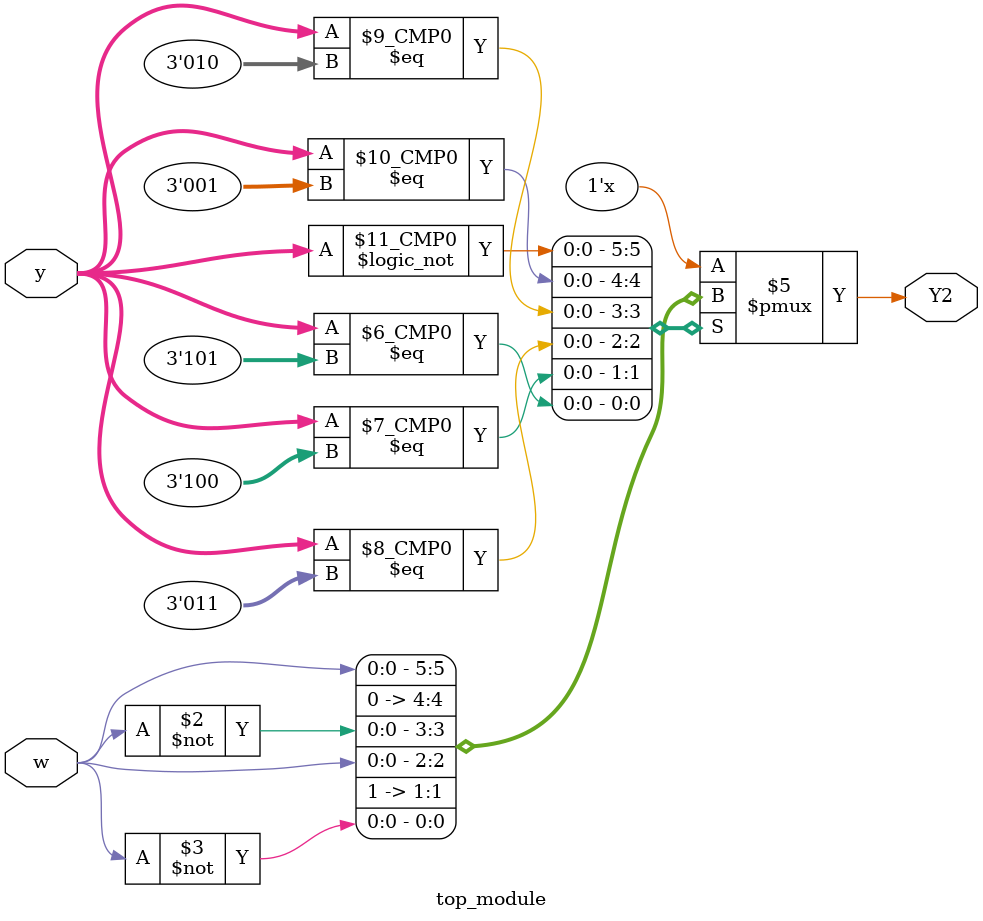
<source format=sv>
module top_module(
    input [3:1] y,
    input w,
    output reg Y2
);

always @(*) begin
    case (y)
        3'b000: Y2 = w;      // State A
        3'b001: Y2 = 1'b0;   // State B
        3'b010: Y2 = ~w;     // State C
        3'b011: Y2 = w;      // State D
        3'b100: Y2 = 1'b1;   // State E
        3'b101: Y2 = ~w;     // State F
        default: Y2 = 1'bx;
    endcase
end

endmodule

</source>
